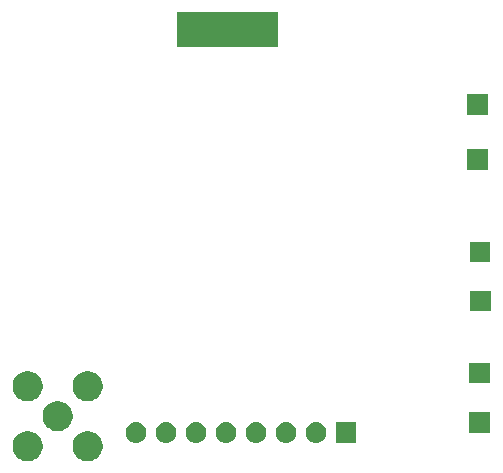
<source format=gbr>
G04 #@! TF.GenerationSoftware,KiCad,Pcbnew,(5.1.0)-1*
G04 #@! TF.CreationDate,2019-06-03T19:39:10-07:00*
G04 #@! TF.ProjectId,SDCard-PCB,53444361-7264-42d5-9043-422e6b696361,rev?*
G04 #@! TF.SameCoordinates,Original*
G04 #@! TF.FileFunction,Soldermask,Bot*
G04 #@! TF.FilePolarity,Negative*
%FSLAX46Y46*%
G04 Gerber Fmt 4.6, Leading zero omitted, Abs format (unit mm)*
G04 Created by KiCad (PCBNEW (5.1.0)-1) date 2019-06-03 19:39:10*
%MOMM*%
%LPD*%
G04 APERTURE LIST*
%ADD10C,0.100000*%
G04 APERTURE END LIST*
D10*
G36*
X107352020Y-83663612D02*
G01*
X107584127Y-83759754D01*
X107584128Y-83759755D01*
X107793020Y-83899332D01*
X107970668Y-84076980D01*
X107970669Y-84076982D01*
X108110246Y-84285873D01*
X108206388Y-84517980D01*
X108255400Y-84764383D01*
X108255400Y-85015617D01*
X108206388Y-85262020D01*
X108110246Y-85494127D01*
X108110245Y-85494128D01*
X107970668Y-85703020D01*
X107793020Y-85880668D01*
X107687864Y-85950931D01*
X107584127Y-86020246D01*
X107352020Y-86116388D01*
X107105617Y-86165400D01*
X106854383Y-86165400D01*
X106607980Y-86116388D01*
X106375873Y-86020246D01*
X106272136Y-85950931D01*
X106166980Y-85880668D01*
X105989332Y-85703020D01*
X105849755Y-85494128D01*
X105849754Y-85494127D01*
X105753612Y-85262020D01*
X105704600Y-85015617D01*
X105704600Y-84764383D01*
X105753612Y-84517980D01*
X105849754Y-84285873D01*
X105989331Y-84076982D01*
X105989332Y-84076980D01*
X106166980Y-83899332D01*
X106375872Y-83759755D01*
X106375873Y-83759754D01*
X106607980Y-83663612D01*
X106854383Y-83614600D01*
X107105617Y-83614600D01*
X107352020Y-83663612D01*
X107352020Y-83663612D01*
G37*
G36*
X102272020Y-83663612D02*
G01*
X102504127Y-83759754D01*
X102504128Y-83759755D01*
X102713020Y-83899332D01*
X102890668Y-84076980D01*
X102890669Y-84076982D01*
X103030246Y-84285873D01*
X103126388Y-84517980D01*
X103175400Y-84764383D01*
X103175400Y-85015617D01*
X103126388Y-85262020D01*
X103030246Y-85494127D01*
X103030245Y-85494128D01*
X102890668Y-85703020D01*
X102713020Y-85880668D01*
X102607864Y-85950931D01*
X102504127Y-86020246D01*
X102272020Y-86116388D01*
X102025617Y-86165400D01*
X101774383Y-86165400D01*
X101527980Y-86116388D01*
X101295873Y-86020246D01*
X101192136Y-85950931D01*
X101086980Y-85880668D01*
X100909332Y-85703020D01*
X100769755Y-85494128D01*
X100769754Y-85494127D01*
X100673612Y-85262020D01*
X100624600Y-85015617D01*
X100624600Y-84764383D01*
X100673612Y-84517980D01*
X100769754Y-84285873D01*
X100909331Y-84076982D01*
X100909332Y-84076980D01*
X101086980Y-83899332D01*
X101295872Y-83759755D01*
X101295873Y-83759754D01*
X101527980Y-83663612D01*
X101774383Y-83614600D01*
X102025617Y-83614600D01*
X102272020Y-83663612D01*
X102272020Y-83663612D01*
G37*
G36*
X118861606Y-82867266D02*
G01*
X118944115Y-82892295D01*
X119026622Y-82917323D01*
X119026624Y-82917324D01*
X119178698Y-82998609D01*
X119311996Y-83108004D01*
X119421391Y-83241302D01*
X119502676Y-83393376D01*
X119552734Y-83558394D01*
X119569635Y-83730000D01*
X119552734Y-83901606D01*
X119502676Y-84066624D01*
X119421391Y-84218698D01*
X119311996Y-84351996D01*
X119178698Y-84461391D01*
X119072827Y-84517980D01*
X119026622Y-84542677D01*
X118944115Y-84567705D01*
X118861606Y-84592734D01*
X118733002Y-84605400D01*
X118646998Y-84605400D01*
X118518394Y-84592734D01*
X118435885Y-84567705D01*
X118353378Y-84542677D01*
X118307173Y-84517980D01*
X118201302Y-84461391D01*
X118068004Y-84351996D01*
X117958609Y-84218698D01*
X117877324Y-84066624D01*
X117827266Y-83901606D01*
X117810365Y-83730000D01*
X117827266Y-83558394D01*
X117877324Y-83393376D01*
X117958609Y-83241302D01*
X118068004Y-83108004D01*
X118201302Y-82998609D01*
X118353376Y-82917324D01*
X118353378Y-82917323D01*
X118435885Y-82892295D01*
X118518394Y-82867266D01*
X118646998Y-82854600D01*
X118733002Y-82854600D01*
X118861606Y-82867266D01*
X118861606Y-82867266D01*
G37*
G36*
X129725400Y-84605400D02*
G01*
X127974600Y-84605400D01*
X127974600Y-82854600D01*
X129725400Y-82854600D01*
X129725400Y-84605400D01*
X129725400Y-84605400D01*
G37*
G36*
X126481606Y-82867266D02*
G01*
X126564115Y-82892295D01*
X126646622Y-82917323D01*
X126646624Y-82917324D01*
X126798698Y-82998609D01*
X126931996Y-83108004D01*
X127041391Y-83241302D01*
X127122676Y-83393376D01*
X127172734Y-83558394D01*
X127189635Y-83730000D01*
X127172734Y-83901606D01*
X127122676Y-84066624D01*
X127041391Y-84218698D01*
X126931996Y-84351996D01*
X126798698Y-84461391D01*
X126692827Y-84517980D01*
X126646622Y-84542677D01*
X126564115Y-84567705D01*
X126481606Y-84592734D01*
X126353002Y-84605400D01*
X126266998Y-84605400D01*
X126138394Y-84592734D01*
X126055885Y-84567705D01*
X125973378Y-84542677D01*
X125927173Y-84517980D01*
X125821302Y-84461391D01*
X125688004Y-84351996D01*
X125578609Y-84218698D01*
X125497324Y-84066624D01*
X125447266Y-83901606D01*
X125430365Y-83730000D01*
X125447266Y-83558394D01*
X125497324Y-83393376D01*
X125578609Y-83241302D01*
X125688004Y-83108004D01*
X125821302Y-82998609D01*
X125973376Y-82917324D01*
X125973378Y-82917323D01*
X126055885Y-82892295D01*
X126138394Y-82867266D01*
X126266998Y-82854600D01*
X126353002Y-82854600D01*
X126481606Y-82867266D01*
X126481606Y-82867266D01*
G37*
G36*
X123941606Y-82867266D02*
G01*
X124024115Y-82892295D01*
X124106622Y-82917323D01*
X124106624Y-82917324D01*
X124258698Y-82998609D01*
X124391996Y-83108004D01*
X124501391Y-83241302D01*
X124582676Y-83393376D01*
X124632734Y-83558394D01*
X124649635Y-83730000D01*
X124632734Y-83901606D01*
X124582676Y-84066624D01*
X124501391Y-84218698D01*
X124391996Y-84351996D01*
X124258698Y-84461391D01*
X124152827Y-84517980D01*
X124106622Y-84542677D01*
X124024115Y-84567705D01*
X123941606Y-84592734D01*
X123813002Y-84605400D01*
X123726998Y-84605400D01*
X123598394Y-84592734D01*
X123515885Y-84567705D01*
X123433378Y-84542677D01*
X123387173Y-84517980D01*
X123281302Y-84461391D01*
X123148004Y-84351996D01*
X123038609Y-84218698D01*
X122957324Y-84066624D01*
X122907266Y-83901606D01*
X122890365Y-83730000D01*
X122907266Y-83558394D01*
X122957324Y-83393376D01*
X123038609Y-83241302D01*
X123148004Y-83108004D01*
X123281302Y-82998609D01*
X123433376Y-82917324D01*
X123433378Y-82917323D01*
X123515885Y-82892295D01*
X123598394Y-82867266D01*
X123726998Y-82854600D01*
X123813002Y-82854600D01*
X123941606Y-82867266D01*
X123941606Y-82867266D01*
G37*
G36*
X121401606Y-82867266D02*
G01*
X121484115Y-82892295D01*
X121566622Y-82917323D01*
X121566624Y-82917324D01*
X121718698Y-82998609D01*
X121851996Y-83108004D01*
X121961391Y-83241302D01*
X122042676Y-83393376D01*
X122092734Y-83558394D01*
X122109635Y-83730000D01*
X122092734Y-83901606D01*
X122042676Y-84066624D01*
X121961391Y-84218698D01*
X121851996Y-84351996D01*
X121718698Y-84461391D01*
X121612827Y-84517980D01*
X121566622Y-84542677D01*
X121484115Y-84567705D01*
X121401606Y-84592734D01*
X121273002Y-84605400D01*
X121186998Y-84605400D01*
X121058394Y-84592734D01*
X120975885Y-84567705D01*
X120893378Y-84542677D01*
X120847173Y-84517980D01*
X120741302Y-84461391D01*
X120608004Y-84351996D01*
X120498609Y-84218698D01*
X120417324Y-84066624D01*
X120367266Y-83901606D01*
X120350365Y-83730000D01*
X120367266Y-83558394D01*
X120417324Y-83393376D01*
X120498609Y-83241302D01*
X120608004Y-83108004D01*
X120741302Y-82998609D01*
X120893376Y-82917324D01*
X120893378Y-82917323D01*
X120975885Y-82892295D01*
X121058394Y-82867266D01*
X121186998Y-82854600D01*
X121273002Y-82854600D01*
X121401606Y-82867266D01*
X121401606Y-82867266D01*
G37*
G36*
X116321606Y-82867266D02*
G01*
X116404115Y-82892295D01*
X116486622Y-82917323D01*
X116486624Y-82917324D01*
X116638698Y-82998609D01*
X116771996Y-83108004D01*
X116881391Y-83241302D01*
X116962676Y-83393376D01*
X117012734Y-83558394D01*
X117029635Y-83730000D01*
X117012734Y-83901606D01*
X116962676Y-84066624D01*
X116881391Y-84218698D01*
X116771996Y-84351996D01*
X116638698Y-84461391D01*
X116532827Y-84517980D01*
X116486622Y-84542677D01*
X116404115Y-84567705D01*
X116321606Y-84592734D01*
X116193002Y-84605400D01*
X116106998Y-84605400D01*
X115978394Y-84592734D01*
X115895885Y-84567705D01*
X115813378Y-84542677D01*
X115767173Y-84517980D01*
X115661302Y-84461391D01*
X115528004Y-84351996D01*
X115418609Y-84218698D01*
X115337324Y-84066624D01*
X115287266Y-83901606D01*
X115270365Y-83730000D01*
X115287266Y-83558394D01*
X115337324Y-83393376D01*
X115418609Y-83241302D01*
X115528004Y-83108004D01*
X115661302Y-82998609D01*
X115813376Y-82917324D01*
X115813378Y-82917323D01*
X115895885Y-82892295D01*
X115978394Y-82867266D01*
X116106998Y-82854600D01*
X116193002Y-82854600D01*
X116321606Y-82867266D01*
X116321606Y-82867266D01*
G37*
G36*
X113781606Y-82867266D02*
G01*
X113864115Y-82892295D01*
X113946622Y-82917323D01*
X113946624Y-82917324D01*
X114098698Y-82998609D01*
X114231996Y-83108004D01*
X114341391Y-83241302D01*
X114422676Y-83393376D01*
X114472734Y-83558394D01*
X114489635Y-83730000D01*
X114472734Y-83901606D01*
X114422676Y-84066624D01*
X114341391Y-84218698D01*
X114231996Y-84351996D01*
X114098698Y-84461391D01*
X113992827Y-84517980D01*
X113946622Y-84542677D01*
X113864115Y-84567705D01*
X113781606Y-84592734D01*
X113653002Y-84605400D01*
X113566998Y-84605400D01*
X113438394Y-84592734D01*
X113355885Y-84567705D01*
X113273378Y-84542677D01*
X113227173Y-84517980D01*
X113121302Y-84461391D01*
X112988004Y-84351996D01*
X112878609Y-84218698D01*
X112797324Y-84066624D01*
X112747266Y-83901606D01*
X112730365Y-83730000D01*
X112747266Y-83558394D01*
X112797324Y-83393376D01*
X112878609Y-83241302D01*
X112988004Y-83108004D01*
X113121302Y-82998609D01*
X113273376Y-82917324D01*
X113273378Y-82917323D01*
X113355885Y-82892295D01*
X113438394Y-82867266D01*
X113566998Y-82854600D01*
X113653002Y-82854600D01*
X113781606Y-82867266D01*
X113781606Y-82867266D01*
G37*
G36*
X111241606Y-82867266D02*
G01*
X111324115Y-82892295D01*
X111406622Y-82917323D01*
X111406624Y-82917324D01*
X111558698Y-82998609D01*
X111691996Y-83108004D01*
X111801391Y-83241302D01*
X111882676Y-83393376D01*
X111932734Y-83558394D01*
X111949635Y-83730000D01*
X111932734Y-83901606D01*
X111882676Y-84066624D01*
X111801391Y-84218698D01*
X111691996Y-84351996D01*
X111558698Y-84461391D01*
X111452827Y-84517980D01*
X111406622Y-84542677D01*
X111324115Y-84567705D01*
X111241606Y-84592734D01*
X111113002Y-84605400D01*
X111026998Y-84605400D01*
X110898394Y-84592734D01*
X110815885Y-84567705D01*
X110733378Y-84542677D01*
X110687173Y-84517980D01*
X110581302Y-84461391D01*
X110448004Y-84351996D01*
X110338609Y-84218698D01*
X110257324Y-84066624D01*
X110207266Y-83901606D01*
X110190365Y-83730000D01*
X110207266Y-83558394D01*
X110257324Y-83393376D01*
X110338609Y-83241302D01*
X110448004Y-83108004D01*
X110581302Y-82998609D01*
X110733376Y-82917324D01*
X110733378Y-82917323D01*
X110815885Y-82892295D01*
X110898394Y-82867266D01*
X111026998Y-82854600D01*
X111113002Y-82854600D01*
X111241606Y-82867266D01*
X111241606Y-82867266D01*
G37*
G36*
X141025400Y-83785400D02*
G01*
X139274600Y-83785400D01*
X139274600Y-82034600D01*
X141025400Y-82034600D01*
X141025400Y-83785400D01*
X141025400Y-83785400D01*
G37*
G36*
X104812020Y-81123612D02*
G01*
X105044127Y-81219754D01*
X105044128Y-81219755D01*
X105253020Y-81359332D01*
X105430668Y-81536980D01*
X105430669Y-81536982D01*
X105570246Y-81745873D01*
X105666388Y-81977980D01*
X105715400Y-82224383D01*
X105715400Y-82475617D01*
X105666388Y-82722020D01*
X105570246Y-82954127D01*
X105570245Y-82954128D01*
X105430668Y-83163020D01*
X105253020Y-83340668D01*
X105174137Y-83393376D01*
X105044127Y-83480246D01*
X104812020Y-83576388D01*
X104565617Y-83625400D01*
X104314383Y-83625400D01*
X104067980Y-83576388D01*
X103835873Y-83480246D01*
X103705863Y-83393376D01*
X103626980Y-83340668D01*
X103449332Y-83163020D01*
X103309755Y-82954128D01*
X103309754Y-82954127D01*
X103213612Y-82722020D01*
X103164600Y-82475617D01*
X103164600Y-82224383D01*
X103213612Y-81977980D01*
X103309754Y-81745873D01*
X103449331Y-81536982D01*
X103449332Y-81536980D01*
X103626980Y-81359332D01*
X103835872Y-81219755D01*
X103835873Y-81219754D01*
X104067980Y-81123612D01*
X104314383Y-81074600D01*
X104565617Y-81074600D01*
X104812020Y-81123612D01*
X104812020Y-81123612D01*
G37*
G36*
X102272020Y-78583612D02*
G01*
X102504127Y-78679754D01*
X102504128Y-78679755D01*
X102713020Y-78819332D01*
X102890668Y-78996980D01*
X102890669Y-78996982D01*
X103030246Y-79205873D01*
X103126388Y-79437980D01*
X103175400Y-79684383D01*
X103175400Y-79935617D01*
X103126388Y-80182020D01*
X103030246Y-80414127D01*
X103030245Y-80414128D01*
X102890668Y-80623020D01*
X102713020Y-80800668D01*
X102607864Y-80870931D01*
X102504127Y-80940246D01*
X102272020Y-81036388D01*
X102025617Y-81085400D01*
X101774383Y-81085400D01*
X101527980Y-81036388D01*
X101295873Y-80940246D01*
X101192136Y-80870931D01*
X101086980Y-80800668D01*
X100909332Y-80623020D01*
X100769755Y-80414128D01*
X100769754Y-80414127D01*
X100673612Y-80182020D01*
X100624600Y-79935617D01*
X100624600Y-79684383D01*
X100673612Y-79437980D01*
X100769754Y-79205873D01*
X100909331Y-78996982D01*
X100909332Y-78996980D01*
X101086980Y-78819332D01*
X101295872Y-78679755D01*
X101295873Y-78679754D01*
X101527980Y-78583612D01*
X101774383Y-78534600D01*
X102025617Y-78534600D01*
X102272020Y-78583612D01*
X102272020Y-78583612D01*
G37*
G36*
X107352020Y-78583612D02*
G01*
X107584127Y-78679754D01*
X107584128Y-78679755D01*
X107793020Y-78819332D01*
X107970668Y-78996980D01*
X107970669Y-78996982D01*
X108110246Y-79205873D01*
X108206388Y-79437980D01*
X108255400Y-79684383D01*
X108255400Y-79935617D01*
X108206388Y-80182020D01*
X108110246Y-80414127D01*
X108110245Y-80414128D01*
X107970668Y-80623020D01*
X107793020Y-80800668D01*
X107687864Y-80870931D01*
X107584127Y-80940246D01*
X107352020Y-81036388D01*
X107105617Y-81085400D01*
X106854383Y-81085400D01*
X106607980Y-81036388D01*
X106375873Y-80940246D01*
X106272136Y-80870931D01*
X106166980Y-80800668D01*
X105989332Y-80623020D01*
X105849755Y-80414128D01*
X105849754Y-80414127D01*
X105753612Y-80182020D01*
X105704600Y-79935617D01*
X105704600Y-79684383D01*
X105753612Y-79437980D01*
X105849754Y-79205873D01*
X105989331Y-78996982D01*
X105989332Y-78996980D01*
X106166980Y-78819332D01*
X106375872Y-78679755D01*
X106375873Y-78679754D01*
X106607980Y-78583612D01*
X106854383Y-78534600D01*
X107105617Y-78534600D01*
X107352020Y-78583612D01*
X107352020Y-78583612D01*
G37*
G36*
X141025400Y-79585400D02*
G01*
X139274600Y-79585400D01*
X139274600Y-77834600D01*
X141025400Y-77834600D01*
X141025400Y-79585400D01*
X141025400Y-79585400D01*
G37*
G36*
X141105400Y-73475400D02*
G01*
X139354600Y-73475400D01*
X139354600Y-71724600D01*
X141105400Y-71724600D01*
X141105400Y-73475400D01*
X141105400Y-73475400D01*
G37*
G36*
X141075400Y-69325400D02*
G01*
X139324600Y-69325400D01*
X139324600Y-67574600D01*
X141075400Y-67574600D01*
X141075400Y-69325400D01*
X141075400Y-69325400D01*
G37*
G36*
X140885400Y-61515400D02*
G01*
X139134600Y-61515400D01*
X139134600Y-59764600D01*
X140885400Y-59764600D01*
X140885400Y-61515400D01*
X140885400Y-61515400D01*
G37*
G36*
X140885400Y-56865400D02*
G01*
X139134600Y-56865400D01*
X139134600Y-55114600D01*
X140885400Y-55114600D01*
X140885400Y-56865400D01*
X140885400Y-56865400D01*
G37*
G36*
X123125400Y-51075400D02*
G01*
X114574600Y-51075400D01*
X114574600Y-48124600D01*
X123125400Y-48124600D01*
X123125400Y-51075400D01*
X123125400Y-51075400D01*
G37*
M02*

</source>
